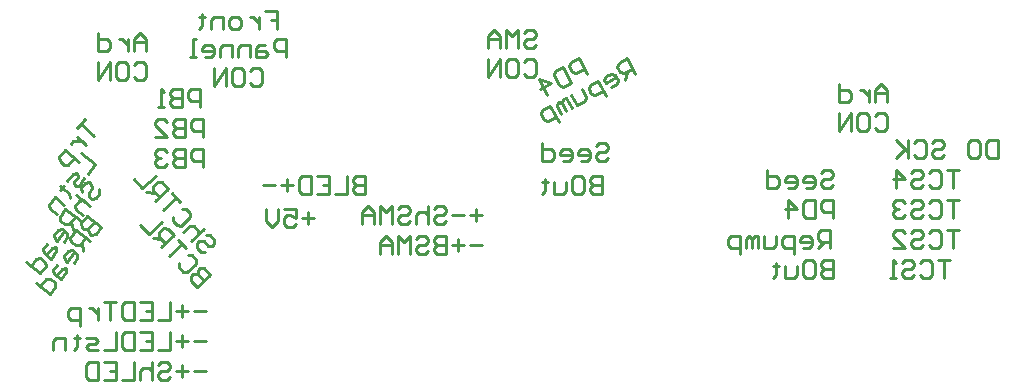
<source format=gbo>
G04 Layer_Color=32896*
%FSLAX25Y25*%
%MOIN*%
G70*
G01*
G75*
%ADD40C,0.01000*%
D40*
X459001Y486596D02*
X460001Y487596D01*
X462000D01*
X463000Y486596D01*
Y485596D01*
X462000Y484597D01*
X460001D01*
X459001Y483597D01*
Y482597D01*
X460001Y481598D01*
X462000D01*
X463000Y482597D01*
X457002Y481598D02*
Y487596D01*
X455003Y485596D01*
X453003Y487596D01*
Y481598D01*
X451004D02*
Y485596D01*
X449005Y487596D01*
X447005Y485596D01*
Y481598D01*
Y484597D01*
X451004D01*
X459001Y476998D02*
X460001Y477998D01*
X462000D01*
X463000Y476998D01*
Y473000D01*
X462000Y472000D01*
X460001D01*
X459001Y473000D01*
X454003Y477998D02*
X456002D01*
X457002Y476998D01*
Y473000D01*
X456002Y472000D01*
X454003D01*
X453003Y473000D01*
Y476998D01*
X454003Y477998D01*
X451004Y472000D02*
Y477998D01*
X447005Y472000D01*
Y477998D01*
X372503Y494193D02*
X376502D01*
Y491194D01*
X374503D01*
X376502D01*
Y488195D01*
X370504Y492194D02*
Y488195D01*
Y490195D01*
X369504Y491194D01*
X368505Y492194D01*
X367505D01*
X363506Y488195D02*
X361507D01*
X360507Y489195D01*
Y491194D01*
X361507Y492194D01*
X363506D01*
X364506Y491194D01*
Y489195D01*
X363506Y488195D01*
X358508D02*
Y492194D01*
X355509D01*
X354509Y491194D01*
Y488195D01*
X351510Y493194D02*
Y492194D01*
X352510D01*
X350511D01*
X351510D01*
Y489195D01*
X350511Y488195D01*
X379501Y478598D02*
Y484596D01*
X376502D01*
X375502Y483596D01*
Y481597D01*
X376502Y480597D01*
X379501D01*
X372503Y482596D02*
X370504D01*
X369504Y481597D01*
Y478598D01*
X372503D01*
X373503Y479597D01*
X372503Y480597D01*
X369504D01*
X367505Y478598D02*
Y482596D01*
X364506D01*
X363506Y481597D01*
Y478598D01*
X361507D02*
Y482596D01*
X358508D01*
X357508Y481597D01*
Y478598D01*
X352510D02*
X354509D01*
X355509Y479597D01*
Y481597D01*
X354509Y482596D01*
X352510D01*
X351510Y481597D01*
Y480597D01*
X355509D01*
X349511Y478598D02*
X347512D01*
X348511D01*
Y484596D01*
X349511D01*
X367505Y473998D02*
X368505Y474998D01*
X370504D01*
X371504Y473998D01*
Y470000D01*
X370504Y469000D01*
X368505D01*
X367505Y470000D01*
X362507Y474998D02*
X364506D01*
X365506Y473998D01*
Y470000D01*
X364506Y469000D01*
X362507D01*
X361507Y470000D01*
Y473998D01*
X362507Y474998D01*
X359508Y469000D02*
Y474998D01*
X355509Y469000D01*
Y474998D01*
X580000Y463598D02*
Y467596D01*
X578001Y469596D01*
X576001Y467596D01*
Y463598D01*
Y466597D01*
X580000D01*
X574002Y467596D02*
Y463598D01*
Y465597D01*
X573002Y466597D01*
X572003Y467596D01*
X571003D01*
X564005Y469596D02*
Y463598D01*
X567004D01*
X568004Y464597D01*
Y466597D01*
X567004Y467596D01*
X564005D01*
X576001Y458998D02*
X577001Y459998D01*
X579000D01*
X580000Y458998D01*
Y455000D01*
X579000Y454000D01*
X577001D01*
X576001Y455000D01*
X571003Y459998D02*
X573002D01*
X574002Y458998D01*
Y455000D01*
X573002Y454000D01*
X571003D01*
X570003Y455000D01*
Y458998D01*
X571003Y459998D01*
X568004Y454000D02*
Y459998D01*
X564005Y454000D01*
Y459998D01*
X333000Y480598D02*
Y484596D01*
X331001Y486596D01*
X329001Y484596D01*
Y480598D01*
Y483597D01*
X333000D01*
X327002Y484596D02*
Y480598D01*
Y482597D01*
X326002Y483597D01*
X325003Y484596D01*
X324003D01*
X317005Y486596D02*
Y480598D01*
X320004D01*
X321004Y481597D01*
Y483597D01*
X320004Y484596D01*
X317005D01*
X329001Y475998D02*
X330001Y476998D01*
X332000D01*
X333000Y475998D01*
Y472000D01*
X332000Y471000D01*
X330001D01*
X329001Y472000D01*
X324003Y476998D02*
X326002D01*
X327002Y475998D01*
Y472000D01*
X326002Y471000D01*
X324003D01*
X323003Y472000D01*
Y475998D01*
X324003Y476998D01*
X321004Y471000D02*
Y476998D01*
X317005Y471000D01*
Y476998D01*
X561000Y415000D02*
Y420998D01*
X558001D01*
X557001Y419998D01*
Y417999D01*
X558001Y416999D01*
X561000D01*
X559001D02*
X557001Y415000D01*
X552003D02*
X554002D01*
X555002Y416000D01*
Y417999D01*
X554002Y418999D01*
X552003D01*
X551003Y417999D01*
Y416999D01*
X555002D01*
X549004Y413001D02*
Y418999D01*
X546005D01*
X545005Y417999D01*
Y416000D01*
X546005Y415000D01*
X549004D01*
X543006Y418999D02*
Y416000D01*
X542006Y415000D01*
X539007D01*
Y418999D01*
X537008Y415000D02*
Y418999D01*
X536008D01*
X535008Y417999D01*
Y415000D01*
Y417999D01*
X534009Y418999D01*
X533009Y417999D01*
Y415000D01*
X531010Y413001D02*
Y418999D01*
X528011D01*
X527011Y417999D01*
Y416000D01*
X528011Y415000D01*
X531010D01*
X562000Y425000D02*
Y430998D01*
X559001D01*
X558001Y429998D01*
Y427999D01*
X559001Y426999D01*
X562000D01*
X556002Y430998D02*
Y425000D01*
X553003D01*
X552003Y426000D01*
Y429998D01*
X553003Y430998D01*
X556002D01*
X547005Y425000D02*
Y430998D01*
X550004Y427999D01*
X546005D01*
X558001Y439998D02*
X559001Y440998D01*
X561000D01*
X562000Y439998D01*
Y438999D01*
X561000Y437999D01*
X559001D01*
X558001Y436999D01*
Y436000D01*
X559001Y435000D01*
X561000D01*
X562000Y436000D01*
X553003Y435000D02*
X555002D01*
X556002Y436000D01*
Y437999D01*
X555002Y438999D01*
X553003D01*
X552003Y437999D01*
Y436999D01*
X556002D01*
X547005Y435000D02*
X549004D01*
X550004Y436000D01*
Y437999D01*
X549004Y438999D01*
X547005D01*
X546005Y437999D01*
Y436999D01*
X550004D01*
X540007Y440998D02*
Y435000D01*
X543006D01*
X544006Y436000D01*
Y437999D01*
X543006Y438999D01*
X540007D01*
X562000Y410998D02*
Y405000D01*
X559001D01*
X558001Y406000D01*
Y406999D01*
X559001Y407999D01*
X562000D01*
X559001D01*
X558001Y408999D01*
Y409998D01*
X559001Y410998D01*
X562000D01*
X553003D02*
X555002D01*
X556002Y409998D01*
Y406000D01*
X555002Y405000D01*
X553003D01*
X552003Y406000D01*
Y409998D01*
X553003Y410998D01*
X550004Y408999D02*
Y406000D01*
X549004Y405000D01*
X546005D01*
Y408999D01*
X543006Y409998D02*
Y408999D01*
X544006D01*
X542006D01*
X543006D01*
Y406000D01*
X542006Y405000D01*
X601000Y410998D02*
X597001D01*
X599001D01*
Y405000D01*
X591003Y409998D02*
X592003Y410998D01*
X594002D01*
X595002Y409998D01*
Y406000D01*
X594002Y405000D01*
X592003D01*
X591003Y406000D01*
X585005Y409998D02*
X586005Y410998D01*
X588004D01*
X589004Y409998D01*
Y408999D01*
X588004Y407999D01*
X586005D01*
X585005Y406999D01*
Y406000D01*
X586005Y405000D01*
X588004D01*
X589004Y406000D01*
X583006Y405000D02*
X581006D01*
X582006D01*
Y410998D01*
X583006Y409998D01*
X604000Y420998D02*
X600001D01*
X602001D01*
Y415000D01*
X594003Y419998D02*
X595003Y420998D01*
X597002D01*
X598002Y419998D01*
Y416000D01*
X597002Y415000D01*
X595003D01*
X594003Y416000D01*
X588005Y419998D02*
X589005Y420998D01*
X591004D01*
X592004Y419998D01*
Y418999D01*
X591004Y417999D01*
X589005D01*
X588005Y416999D01*
Y416000D01*
X589005Y415000D01*
X591004D01*
X592004Y416000D01*
X582007Y415000D02*
X586006D01*
X582007Y418999D01*
Y419998D01*
X583007Y420998D01*
X585006D01*
X586006Y419998D01*
X604000Y430998D02*
X600001D01*
X602001D01*
Y425000D01*
X594003Y429998D02*
X595003Y430998D01*
X597002D01*
X598002Y429998D01*
Y426000D01*
X597002Y425000D01*
X595003D01*
X594003Y426000D01*
X588005Y429998D02*
X589005Y430998D01*
X591004D01*
X592004Y429998D01*
Y428999D01*
X591004Y427999D01*
X589005D01*
X588005Y426999D01*
Y426000D01*
X589005Y425000D01*
X591004D01*
X592004Y426000D01*
X586006Y429998D02*
X585006Y430998D01*
X583007D01*
X582007Y429998D01*
Y428999D01*
X583007Y427999D01*
X584007D01*
X583007D01*
X582007Y426999D01*
Y426000D01*
X583007Y425000D01*
X585006D01*
X586006Y426000D01*
X604000Y440998D02*
X600001D01*
X602001D01*
Y435000D01*
X594003Y439998D02*
X595003Y440998D01*
X597002D01*
X598002Y439998D01*
Y436000D01*
X597002Y435000D01*
X595003D01*
X594003Y436000D01*
X588005Y439998D02*
X589005Y440998D01*
X591004D01*
X592004Y439998D01*
Y438999D01*
X591004Y437999D01*
X589005D01*
X588005Y436999D01*
Y436000D01*
X589005Y435000D01*
X591004D01*
X592004Y436000D01*
X583007Y435000D02*
Y440998D01*
X586006Y437999D01*
X582007D01*
X617000Y450998D02*
Y445000D01*
X614001D01*
X613001Y446000D01*
Y449998D01*
X614001Y450998D01*
X617000D01*
X608003D02*
X610002D01*
X611002Y449998D01*
Y446000D01*
X610002Y445000D01*
X608003D01*
X607003Y446000D01*
Y449998D01*
X608003Y450998D01*
X595007Y449998D02*
X596007Y450998D01*
X598006D01*
X599006Y449998D01*
Y448999D01*
X598006Y447999D01*
X596007D01*
X595007Y446999D01*
Y446000D01*
X596007Y445000D01*
X598006D01*
X599006Y446000D01*
X589009Y449998D02*
X590009Y450998D01*
X592008D01*
X593008Y449998D01*
Y446000D01*
X592008Y445000D01*
X590009D01*
X589009Y446000D01*
X587010Y450998D02*
Y445000D01*
Y446999D01*
X583011Y450998D01*
X586010Y447999D01*
X583011Y445000D01*
X445000Y415999D02*
X441001D01*
X439002D02*
X435003D01*
X437003Y417998D02*
Y414000D01*
X433004Y418998D02*
Y413000D01*
X430005D01*
X429005Y414000D01*
Y414999D01*
X430005Y415999D01*
X433004D01*
X430005D01*
X429005Y416999D01*
Y417998D01*
X430005Y418998D01*
X433004D01*
X423007Y417998D02*
X424007Y418998D01*
X426006D01*
X427006Y417998D01*
Y416999D01*
X426006Y415999D01*
X424007D01*
X423007Y414999D01*
Y414000D01*
X424007Y413000D01*
X426006D01*
X427006Y414000D01*
X421008Y413000D02*
Y418998D01*
X419008Y416999D01*
X417009Y418998D01*
Y413000D01*
X415010D02*
Y416999D01*
X413010Y418998D01*
X411011Y416999D01*
Y413000D01*
Y415999D01*
X415010D01*
X445000Y425999D02*
X441001D01*
X443001Y427998D02*
Y424000D01*
X439002Y425999D02*
X435003D01*
X429005Y427998D02*
X430005Y428998D01*
X432004D01*
X433004Y427998D01*
Y426999D01*
X432004Y425999D01*
X430005D01*
X429005Y424999D01*
Y424000D01*
X430005Y423000D01*
X432004D01*
X433004Y424000D01*
X427006Y428998D02*
Y423000D01*
Y425999D01*
X426006Y426999D01*
X424007D01*
X423007Y425999D01*
Y423000D01*
X417009Y427998D02*
X418009Y428998D01*
X420008D01*
X421008Y427998D01*
Y426999D01*
X420008Y425999D01*
X418009D01*
X417009Y424999D01*
Y424000D01*
X418009Y423000D01*
X420008D01*
X421008Y424000D01*
X415010Y423000D02*
Y428998D01*
X413010Y426999D01*
X411011Y428998D01*
Y423000D01*
X409012D02*
Y426999D01*
X407012Y428998D01*
X405013Y426999D01*
Y423000D01*
Y425999D01*
X409012D01*
X485000Y438998D02*
Y433000D01*
X482001D01*
X481001Y434000D01*
Y434999D01*
X482001Y435999D01*
X485000D01*
X482001D01*
X481001Y436999D01*
Y437998D01*
X482001Y438998D01*
X485000D01*
X476003D02*
X478002D01*
X479002Y437998D01*
Y434000D01*
X478002Y433000D01*
X476003D01*
X475003Y434000D01*
Y437998D01*
X476003Y438998D01*
X473004Y436999D02*
Y434000D01*
X472004Y433000D01*
X469005D01*
Y436999D01*
X466006Y437998D02*
Y436999D01*
X467006D01*
X465006D01*
X466006D01*
Y434000D01*
X465006Y433000D01*
X483001Y448998D02*
X484001Y449998D01*
X486000D01*
X487000Y448998D01*
Y447999D01*
X486000Y446999D01*
X484001D01*
X483001Y445999D01*
Y445000D01*
X484001Y444000D01*
X486000D01*
X487000Y445000D01*
X478003Y444000D02*
X480002D01*
X481002Y445000D01*
Y446999D01*
X480002Y447999D01*
X478003D01*
X477003Y446999D01*
Y445999D01*
X481002D01*
X472005Y444000D02*
X474004D01*
X475004Y445000D01*
Y446999D01*
X474004Y447999D01*
X472005D01*
X471005Y446999D01*
Y445999D01*
X475004D01*
X465007Y449998D02*
Y444000D01*
X468006D01*
X469006Y445000D01*
Y446999D01*
X468006Y447999D01*
X465007D01*
X496000Y473000D02*
X493162Y478284D01*
X490520Y476865D01*
X490112Y475512D01*
X491058Y473750D01*
X492412Y473343D01*
X495054Y474761D01*
X493293Y473815D02*
X492477Y471108D01*
X488074Y468743D02*
X489835Y469689D01*
X490243Y471043D01*
X489297Y472804D01*
X487943Y473212D01*
X486182Y472266D01*
X485774Y470913D01*
X486247Y470032D01*
X489770Y471924D01*
X486377Y465563D02*
X483540Y470847D01*
X480897Y469428D01*
X480490Y468075D01*
X481436Y466313D01*
X482789Y465906D01*
X485431Y467324D01*
X478255Y468010D02*
X479674Y465367D01*
X479266Y464014D01*
X476624Y462595D01*
X474732Y466118D01*
X474863Y461649D02*
X472971Y465172D01*
X472090Y464699D01*
X471683Y463345D01*
X473102Y460703D01*
X471683Y463345D01*
X470329Y463753D01*
X469921Y462399D01*
X471340Y459757D01*
X470525Y457050D02*
X467687Y462334D01*
X465045Y460915D01*
X464637Y459561D01*
X465583Y457800D01*
X466936Y457392D01*
X469579Y458811D01*
X480000Y473000D02*
X477206Y478308D01*
X474552Y476911D01*
X474133Y475561D01*
X475065Y473792D01*
X476415Y473373D01*
X479069Y474769D01*
X471899Y475514D02*
X474692Y470206D01*
X472038Y468810D01*
X470688Y469229D01*
X468826Y472767D01*
X469245Y474117D01*
X471899Y475514D01*
X466730Y466016D02*
X463937Y471324D01*
X467988Y470067D01*
X464449Y468204D01*
X313246Y425657D02*
X318000Y422000D01*
X316172Y419623D01*
X314770Y419440D01*
X313977Y420049D01*
X313794Y421451D01*
X315623Y423829D01*
X313794Y421451D01*
X312392Y421269D01*
X311600Y421878D01*
X311417Y423280D01*
X313246Y425657D01*
X314343Y417246D02*
X309589Y420903D01*
X307760Y418526D01*
X307943Y417124D01*
X309528Y415905D01*
X310930Y416088D01*
X312758Y418465D01*
X311539Y416880D02*
X311905Y414076D01*
X308857Y410114D02*
X310076Y411699D01*
X309893Y413101D01*
X308309Y414320D01*
X306907Y414137D01*
X305688Y412552D01*
X305871Y411151D01*
X306663Y410541D01*
X309101Y413711D01*
X303250Y409383D02*
X302031Y407798D01*
X302214Y406396D01*
X304591Y404568D01*
X306419Y406945D01*
X306236Y408347D01*
X304835Y408164D01*
X303006Y405787D01*
X296179Y403471D02*
X300934Y399814D01*
X302762Y402191D01*
X302579Y403593D01*
X300995Y404812D01*
X299593Y404629D01*
X297764Y402252D01*
X311603Y433767D02*
X311396Y435165D01*
X312587Y436771D01*
X313986Y436978D01*
X314789Y436383D01*
X314996Y434984D01*
X313805Y433378D01*
X314012Y431980D01*
X314814Y431384D01*
X316213Y431592D01*
X317404Y433197D01*
X317197Y434596D01*
X309609Y432757D02*
X314426Y429183D01*
X312018Y430970D01*
X310619Y430763D01*
X309428Y429157D01*
X309635Y427759D01*
X312043Y425972D01*
X310852Y424366D02*
X306035Y427940D01*
X304248Y425531D01*
X304455Y424133D01*
X306061Y422942D01*
X307459Y423149D01*
X309246Y425557D01*
X308055Y423952D02*
X308470Y421155D01*
X305491Y417140D02*
X306683Y418746D01*
X306475Y420145D01*
X304870Y421336D01*
X303471Y421129D01*
X302280Y419523D01*
X302487Y418124D01*
X303290Y417529D01*
X305673Y420740D01*
X299897Y416312D02*
X298706Y414706D01*
X298913Y413308D01*
X301322Y411520D01*
X303109Y413929D01*
X302902Y415328D01*
X301503Y415120D01*
X299716Y412712D01*
X292931Y410277D02*
X297748Y406704D01*
X299535Y409112D01*
X299327Y410510D01*
X297722Y411702D01*
X296323Y411495D01*
X294536Y409086D01*
X311229Y446635D02*
X316000Y443000D01*
X313577Y439819D01*
X312365Y438229D02*
X310547Y435843D01*
X309146Y435654D01*
X308957Y437055D01*
X310169Y438646D01*
X309979Y440047D01*
X308578Y439857D01*
X306761Y437472D01*
X304148Y435692D02*
X304943Y435086D01*
X305549Y435881D01*
X304337Y434291D01*
X304943Y435086D01*
X307329Y433269D01*
X307518Y431868D01*
X305701Y429482D02*
X302520Y431905D01*
X300702Y429520D01*
X300892Y428119D01*
X303277Y426301D01*
X312486Y457950D02*
X309853Y454940D01*
X311169Y456445D01*
X315683Y452495D01*
X310041Y452119D02*
X313050Y449486D01*
X311546Y450803D01*
X310135Y450708D01*
X308724Y450615D01*
X308066Y449862D01*
X310605Y443655D02*
X306091Y447605D01*
X304116Y445348D01*
X304210Y443937D01*
X305715Y442621D01*
X307126Y442715D01*
X309101Y444972D01*
X353000Y373999D02*
X349001D01*
X347002D02*
X343003D01*
X345003Y375998D02*
Y372000D01*
X337005Y375998D02*
X338005Y376998D01*
X340004D01*
X341004Y375998D01*
Y374999D01*
X340004Y373999D01*
X338005D01*
X337005Y372999D01*
Y372000D01*
X338005Y371000D01*
X340004D01*
X341004Y372000D01*
X335006Y376998D02*
Y371000D01*
Y373999D01*
X334006Y374999D01*
X332007D01*
X331007Y373999D01*
Y371000D01*
X329008Y376998D02*
Y371000D01*
X325009D01*
X319011Y376998D02*
X323010D01*
Y371000D01*
X319011D01*
X323010Y373999D02*
X321010D01*
X317012Y376998D02*
Y371000D01*
X314013D01*
X313013Y372000D01*
Y375998D01*
X314013Y376998D01*
X317012D01*
X353000Y383999D02*
X349001D01*
X347002D02*
X343003D01*
X345003Y385998D02*
Y382000D01*
X341004Y386998D02*
Y381000D01*
X337005D01*
X331007Y386998D02*
X335006D01*
Y381000D01*
X331007D01*
X335006Y383999D02*
X333007D01*
X329008Y386998D02*
Y381000D01*
X326009D01*
X325009Y382000D01*
Y385998D01*
X326009Y386998D01*
X329008D01*
X323010D02*
Y381000D01*
X319011D01*
X317012D02*
X314013D01*
X313013Y382000D01*
X314013Y382999D01*
X316012D01*
X317012Y383999D01*
X316012Y384999D01*
X313013D01*
X310014Y385998D02*
Y384999D01*
X311014D01*
X309014D01*
X310014D01*
Y382000D01*
X309014Y381000D01*
X306015D02*
Y384999D01*
X303016D01*
X302016Y383999D01*
Y381000D01*
X353000Y393999D02*
X349001D01*
X347002D02*
X343003D01*
X345003Y395998D02*
Y392000D01*
X341004Y396998D02*
Y391000D01*
X337005D01*
X331007Y396998D02*
X335006D01*
Y391000D01*
X331007D01*
X335006Y393999D02*
X333007D01*
X329008Y396998D02*
Y391000D01*
X326009D01*
X325009Y392000D01*
Y395998D01*
X326009Y396998D01*
X329008D01*
X323010D02*
X319011D01*
X321010D01*
Y391000D01*
X317012Y394999D02*
Y391000D01*
Y392999D01*
X316012Y393999D01*
X315012Y394999D01*
X314013D01*
X311014Y389001D02*
Y394999D01*
X308015D01*
X307015Y393999D01*
Y392000D01*
X308015Y391000D01*
X311014D01*
X354430Y406044D02*
X350000Y402000D01*
X347978Y404215D01*
X348042Y405627D01*
X348780Y406301D01*
X350193Y406237D01*
X352215Y404022D01*
X350193Y406237D01*
X350257Y407649D01*
X350995Y408323D01*
X352407Y408259D01*
X354430Y406044D01*
X346951Y412753D02*
X348363Y412688D01*
X349711Y411212D01*
X349647Y409800D01*
X346694Y407104D01*
X345282Y407168D01*
X343934Y408644D01*
X343998Y410057D01*
X346341Y414903D02*
X343645Y417856D01*
X344993Y416380D01*
X340563Y412335D01*
X337867Y415288D02*
X342297Y419333D01*
X340275Y421548D01*
X338862Y421612D01*
X337386Y420264D01*
X337321Y418851D01*
X339344Y416637D01*
X337996Y418113D02*
X335171Y418242D01*
X338252Y423762D02*
X333823Y419718D01*
X331127Y422671D01*
X352995Y419323D02*
X354407Y419259D01*
X355755Y417782D01*
X355691Y416370D01*
X354953Y415696D01*
X353541Y415760D01*
X352193Y417237D01*
X350780Y417301D01*
X350042Y416627D01*
X349978Y415215D01*
X351326Y413738D01*
X352738Y413674D01*
X352385Y421474D02*
X347956Y417429D01*
X350170Y419452D01*
X350235Y420864D01*
X348887Y422340D01*
X347474Y422405D01*
X345259Y420382D01*
X344906Y428182D02*
X346319Y428118D01*
X347667Y426642D01*
X347603Y425229D01*
X344650Y422533D01*
X343237Y422597D01*
X341889Y424074D01*
X341953Y425486D01*
X344297Y430333D02*
X341600Y433286D01*
X342949Y431809D01*
X338519Y427765D01*
X335823Y430718D02*
X340252Y434762D01*
X338230Y436977D01*
X336818Y437041D01*
X335342Y435693D01*
X335277Y434281D01*
X337299Y432066D01*
X335951Y433543D02*
X333127Y433671D01*
X336208Y439192D02*
X331779Y435148D01*
X329082Y438101D01*
X389000Y424999D02*
X385001D01*
X387001Y426998D02*
Y423000D01*
X379003Y427998D02*
X383002D01*
Y424999D01*
X381003Y425999D01*
X380003D01*
X379003Y424999D01*
Y423000D01*
X380003Y422000D01*
X382002D01*
X383002Y423000D01*
X377004Y427998D02*
Y423999D01*
X375005Y422000D01*
X373005Y423999D01*
Y427998D01*
X406000Y438998D02*
Y433000D01*
X403001D01*
X402001Y434000D01*
Y434999D01*
X403001Y435999D01*
X406000D01*
X403001D01*
X402001Y436999D01*
Y437998D01*
X403001Y438998D01*
X406000D01*
X400002D02*
Y433000D01*
X396003D01*
X390005Y438998D02*
X394004D01*
Y433000D01*
X390005D01*
X394004Y435999D02*
X392004D01*
X388006Y438998D02*
Y433000D01*
X385007D01*
X384007Y434000D01*
Y437998D01*
X385007Y438998D01*
X388006D01*
X382008Y435999D02*
X378009D01*
X380008Y437998D02*
Y434000D01*
X376010Y435999D02*
X372011D01*
X352000Y442000D02*
Y447998D01*
X349001D01*
X348001Y446998D01*
Y444999D01*
X349001Y443999D01*
X352000D01*
X346002Y447998D02*
Y442000D01*
X343003D01*
X342003Y443000D01*
Y443999D01*
X343003Y444999D01*
X346002D01*
X343003D01*
X342003Y445999D01*
Y446998D01*
X343003Y447998D01*
X346002D01*
X340004Y446998D02*
X339004Y447998D01*
X337005D01*
X336005Y446998D01*
Y445999D01*
X337005Y444999D01*
X338004D01*
X337005D01*
X336005Y443999D01*
Y443000D01*
X337005Y442000D01*
X339004D01*
X340004Y443000D01*
X352000Y452000D02*
Y457998D01*
X349001D01*
X348001Y456998D01*
Y454999D01*
X349001Y453999D01*
X352000D01*
X346002Y457998D02*
Y452000D01*
X343003D01*
X342003Y453000D01*
Y453999D01*
X343003Y454999D01*
X346002D01*
X343003D01*
X342003Y455999D01*
Y456998D01*
X343003Y457998D01*
X346002D01*
X336005Y452000D02*
X340004D01*
X336005Y455999D01*
Y456998D01*
X337005Y457998D01*
X339004D01*
X340004Y456998D01*
X351000Y462000D02*
Y467998D01*
X348001D01*
X347001Y466998D01*
Y464999D01*
X348001Y463999D01*
X351000D01*
X345002Y467998D02*
Y462000D01*
X342003D01*
X341003Y463000D01*
Y463999D01*
X342003Y464999D01*
X345002D01*
X342003D01*
X341003Y465999D01*
Y466998D01*
X342003Y467998D01*
X345002D01*
X339004Y462000D02*
X337004D01*
X338004D01*
Y467998D01*
X339004Y466998D01*
M02*

</source>
